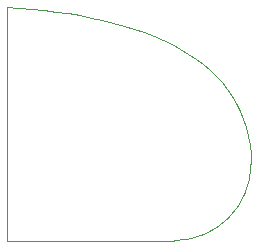
<source format=gm1>
%TF.GenerationSoftware,KiCad,Pcbnew,7.0.5*%
%TF.CreationDate,2023-06-18T14:52:21+02:00*%
%TF.ProjectId,RH_RKJXM1015004_thumb,52485f52-4b4a-4584-9d31-303135303034,rev?*%
%TF.SameCoordinates,Original*%
%TF.FileFunction,Profile,NP*%
%FSLAX46Y46*%
G04 Gerber Fmt 4.6, Leading zero omitted, Abs format (unit mm)*
G04 Created by KiCad (PCBNEW 7.0.5) date 2023-06-18 14:52:21*
%MOMM*%
%LPD*%
G01*
G04 APERTURE LIST*
%TA.AperFunction,Profile*%
%ADD10C,0.100000*%
%TD*%
%ADD11C,0.100000*%
G04 APERTURE END LIST*
D10*
X76000008Y-45000009D02*
X61816856Y-45000009D01*
X76000008Y-45000009D02*
G75*
G03*
X82500009Y-38500009I-8J6500009D01*
G01*
X61816856Y-25201611D02*
X61816856Y-45000009D01*
D11*
X61816856Y-25201611D02*
X62891831Y-25280509D01*
X63951485Y-25376250D01*
X64994586Y-25489324D01*
X66019898Y-25620217D01*
X67026190Y-25769416D01*
X68012229Y-25937411D01*
X68976780Y-26124688D01*
X69918610Y-26331735D01*
X70836487Y-26559039D01*
X71729177Y-26807090D01*
X72595447Y-27076374D01*
X73434063Y-27367379D01*
X74243793Y-27680593D01*
X75023404Y-28016503D01*
X75771661Y-28375598D01*
X76487332Y-28758365D01*
X77169183Y-29165291D01*
X77815981Y-29596865D01*
X78426494Y-30053574D01*
X78999487Y-30535906D01*
X79533728Y-31044348D01*
X80027983Y-31579389D01*
X80481019Y-32141516D01*
X80891603Y-32731217D01*
X81258502Y-33348979D01*
X81580482Y-33995291D01*
X81856310Y-34670640D01*
X82084753Y-35375513D01*
X82264577Y-36110399D01*
X82394550Y-36875785D01*
X82473438Y-37672159D01*
X82500009Y-38500009D01*
M02*

</source>
